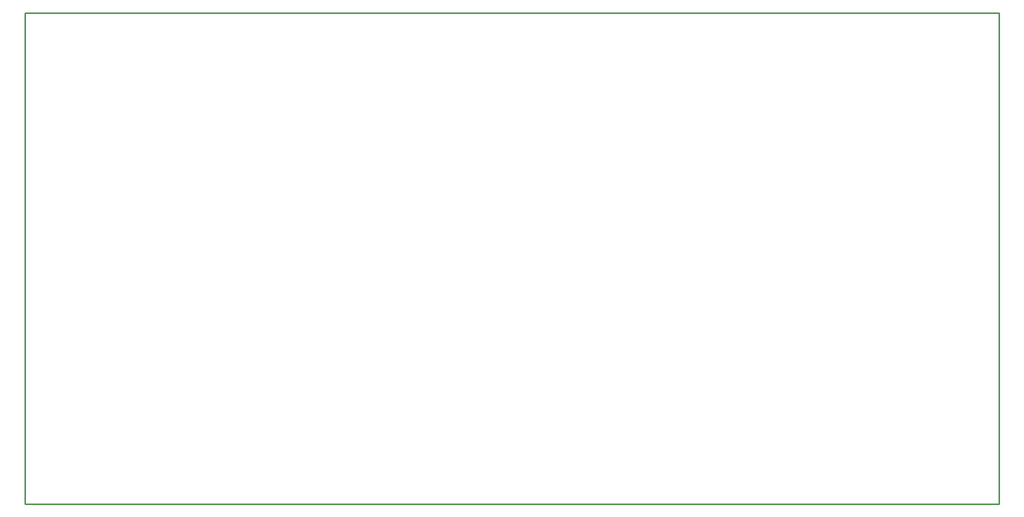
<source format=gbr>
G04 EAGLE Gerber RS-274X export*
G75*
%MOMM*%
%FSLAX34Y34*%
%LPD*%
%IN*%
%IPPOS*%
%AMOC8*
5,1,8,0,0,1.08239X$1,22.5*%
G01*
G04 Define Apertures*
%ADD10C,0.254000*%
D10*
X-63500Y147320D02*
X1587300Y147320D01*
X1587300Y980950D01*
X-63500Y980950D01*
X-63500Y147320D01*
M02*

</source>
